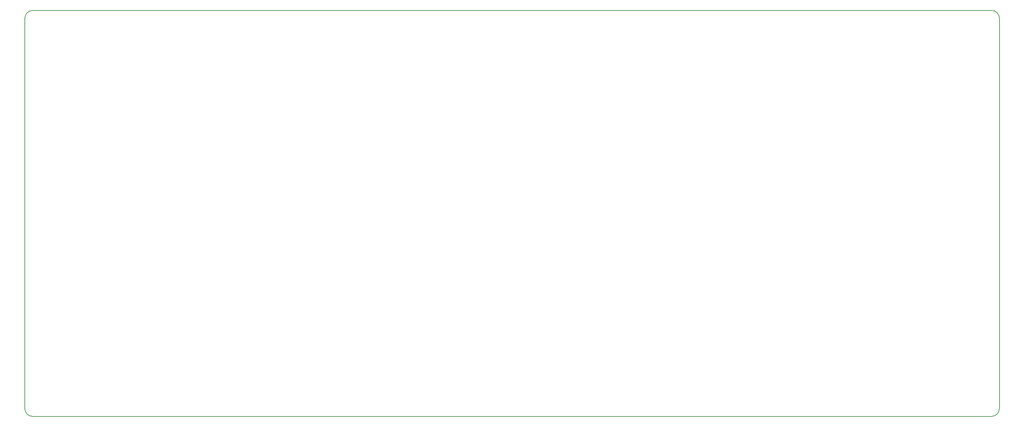
<source format=gm1>
G04 #@! TF.GenerationSoftware,KiCad,Pcbnew,(6.0.1)*
G04 #@! TF.CreationDate,2022-12-02T15:22:06+01:00*
G04 #@! TF.ProjectId,pcb,7063622e-6b69-4636-9164-5f7063625858,rev?*
G04 #@! TF.SameCoordinates,Original*
G04 #@! TF.FileFunction,Profile,NP*
%FSLAX46Y46*%
G04 Gerber Fmt 4.6, Leading zero omitted, Abs format (unit mm)*
G04 Created by KiCad (PCBNEW (6.0.1)) date 2022-12-02 15:22:06*
%MOMM*%
%LPD*%
G01*
G04 APERTURE LIST*
G04 #@! TA.AperFunction,Profile*
%ADD10C,0.200000*%
G04 #@! TD*
G04 APERTURE END LIST*
D10*
X268668750Y-43262500D02*
X29781250Y-43262500D01*
X29781250Y-144462500D02*
X268668750Y-144462500D01*
X270668750Y-142462500D02*
X270668750Y-45262500D01*
X270668750Y-45262500D02*
G75*
G03*
X268668750Y-43262500I-1999999J1D01*
G01*
X268668750Y-144462500D02*
G75*
G03*
X270668750Y-142462500I1J1999999D01*
G01*
X27781250Y-45262500D02*
X27781250Y-142462500D01*
X29781250Y-43262500D02*
G75*
G03*
X27781250Y-45262500I-1J-1999999D01*
G01*
X27781250Y-142462500D02*
G75*
G03*
X29781250Y-144462500I1999999J-1D01*
G01*
M02*

</source>
